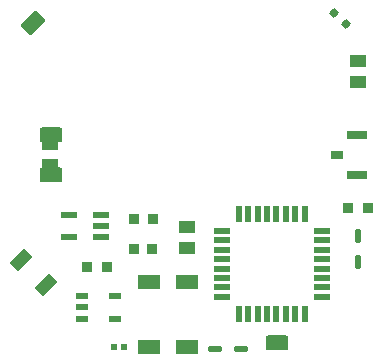
<source format=gbr>
%TF.GenerationSoftware,KiCad,Pcbnew,9.0.1*%
%TF.CreationDate,2025-05-24T12:43:54-07:00*%
%TF.ProjectId,TestWatch,54657374-5761-4746-9368-2e6b69636164,rev?*%
%TF.SameCoordinates,Original*%
%TF.FileFunction,Paste,Top*%
%TF.FilePolarity,Positive*%
%FSLAX46Y46*%
G04 Gerber Fmt 4.6, Leading zero omitted, Abs format (unit mm)*
G04 Created by KiCad (PCBNEW 9.0.1) date 2025-05-24 12:43:54*
%MOMM*%
%LPD*%
G01*
G04 APERTURE LIST*
G04 Aperture macros list*
%AMRoundRect*
0 Rectangle with rounded corners*
0 $1 Rounding radius*
0 $2 $3 $4 $5 $6 $7 $8 $9 X,Y pos of 4 corners*
0 Add a 4 corners polygon primitive as box body*
4,1,4,$2,$3,$4,$5,$6,$7,$8,$9,$2,$3,0*
0 Add four circle primitives for the rounded corners*
1,1,$1+$1,$2,$3*
1,1,$1+$1,$4,$5*
1,1,$1+$1,$6,$7*
1,1,$1+$1,$8,$9*
0 Add four rect primitives between the rounded corners*
20,1,$1+$1,$2,$3,$4,$5,0*
20,1,$1+$1,$4,$5,$6,$7,0*
20,1,$1+$1,$6,$7,$8,$9,0*
20,1,$1+$1,$8,$9,$2,$3,0*%
%AMRotRect*
0 Rectangle, with rotation*
0 The origin of the aperture is its center*
0 $1 length*
0 $2 width*
0 $3 Rotation angle, in degrees counterclockwise*
0 Add horizontal line*
21,1,$1,$2,0,0,$3*%
G04 Aperture macros list end*
%ADD10R,0.540000X0.600000*%
%ADD11R,1.420000X1.080000*%
%ADD12RoundRect,0.062500X0.542500X0.187500X-0.542500X0.187500X-0.542500X-0.187500X0.542500X-0.187500X0*%
%ADD13RoundRect,0.150000X0.247487X0.035355X0.035355X0.247487X-0.247487X-0.035355X-0.035355X-0.247487X0*%
%ADD14R,0.890000X0.930000*%
%ADD15RotRect,0.970000X1.730000X135.000000*%
%ADD16R,1.700000X0.800000*%
%ADD17R,1.100000X0.800000*%
%ADD18R,1.475000X0.600000*%
%ADD19R,0.600000X1.475000*%
%ADD20RoundRect,0.190500X-0.762000X-0.444500X0.762000X-0.444500X0.762000X0.444500X-0.762000X0.444500X0*%
%ADD21R,1.900000X1.300000*%
%ADD22R,0.900000X0.970000*%
%ADD23RoundRect,0.062500X0.187500X-0.542500X0.187500X0.542500X-0.187500X0.542500X-0.187500X-0.542500X0*%
%ADD24R,0.977900X0.508000*%
%ADD25R,1.320800X0.558800*%
%ADD26RoundRect,0.190500X-0.224506X-0.853124X0.853124X0.224506X0.224506X0.853124X-0.853124X-0.224506X0*%
G04 APERTURE END LIST*
D10*
%TO.C,R6*%
X193199800Y-106793700D03*
X192335800Y-106793700D03*
%TD*%
D11*
%TO.C,C3*%
X213000000Y-82604999D03*
X213000000Y-84395001D03*
%TD*%
D12*
%TO.C,D2*%
X203105000Y-107000000D03*
X200895000Y-107000000D03*
%TD*%
D13*
%TO.C,D3*%
X211994975Y-79494975D03*
X211005025Y-78505025D03*
%TD*%
D14*
%TO.C,R5*%
X190086000Y-100000000D03*
X191714000Y-100000000D03*
%TD*%
D15*
%TO.C,R3*%
X184453482Y-99453482D03*
X186546518Y-101546518D03*
%TD*%
D14*
%TO.C,R1*%
X195631600Y-95950000D03*
X194003600Y-95950000D03*
%TD*%
D11*
%TO.C,C2*%
X198500000Y-96604999D03*
X198500000Y-98395001D03*
%TD*%
D16*
%TO.C,BUTT1*%
X212900000Y-92224001D03*
X212900000Y-88823999D03*
D17*
X211250000Y-90524000D03*
%TD*%
D18*
%TO.C,STM1*%
X201462000Y-96962000D03*
X201462000Y-97762000D03*
X201462000Y-98562000D03*
X201462000Y-99362000D03*
X201462000Y-100162000D03*
X201462000Y-100962000D03*
X201462000Y-101762000D03*
X201462000Y-102562000D03*
D19*
X202900000Y-104000000D03*
X203700000Y-104000000D03*
X204500000Y-104000000D03*
X205300000Y-104000000D03*
X206100000Y-104000000D03*
X206900000Y-104000000D03*
X207700000Y-104000000D03*
X208500000Y-104000000D03*
D18*
X209938000Y-102562000D03*
X209938000Y-101762000D03*
X209938000Y-100962000D03*
X209938000Y-100162000D03*
X209938000Y-99362000D03*
X209938000Y-98562000D03*
X209938000Y-97762000D03*
X209938000Y-96962000D03*
D19*
X208500000Y-95524000D03*
X207700000Y-95524000D03*
X206900000Y-95524000D03*
X206100000Y-95524000D03*
X205300000Y-95524000D03*
X204500000Y-95524000D03*
X203700000Y-95524000D03*
X202900000Y-95524000D03*
%TD*%
D20*
%TO.C,POGO1*%
X187000000Y-88824000D03*
X187000000Y-92224000D03*
%TD*%
D21*
%TO.C,OSC1*%
X195300000Y-101274000D03*
X195300000Y-106774000D03*
X198500000Y-106774000D03*
X198500000Y-101274000D03*
%TD*%
D22*
%TO.C,R4*%
X195577600Y-98500000D03*
X194057600Y-98500000D03*
%TD*%
D23*
%TO.C,D1*%
X213000000Y-97395000D03*
X213000000Y-99605000D03*
%TD*%
D11*
%TO.C,C1*%
X186900000Y-89628999D03*
X186900000Y-91419001D03*
%TD*%
D24*
%TO.C,U1*%
X189669550Y-102499999D03*
X189669550Y-103450000D03*
X189669550Y-104400001D03*
X192400050Y-104400001D03*
X192400050Y-102499999D03*
%TD*%
D14*
%TO.C,R2*%
X212186000Y-95000000D03*
X213814000Y-95000000D03*
%TD*%
D25*
%TO.C,CHG1*%
X191271600Y-97486500D03*
X191271600Y-96546700D03*
X191271600Y-95606900D03*
X188528400Y-95606900D03*
X188528400Y-97486500D03*
%TD*%
D26*
%TO.C,P14*%
X185499953Y-79366440D03*
%TD*%
D20*
%TO.C,P13*%
X206148800Y-106442500D03*
%TD*%
M02*

</source>
